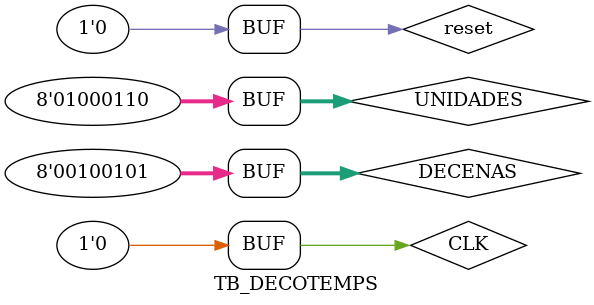
<source format=v>
`timescale 1ns / 1ps


module TB_DECOTEMPS;

	// Inputs
	reg CLK,reset;
	reg [7:0] UNIDADES,DECENAS;

	// Outputs
	wire [3:0] TempDecsalida;


	// Instantiate the Unit Under Test (UUT)
	DecoTemps uut (
		.CLK(CLK), 
		.reset(reset), 
		.UNIDADES(UNIDADES), 
		.DECENAS(DECENAS), 
		.TempDecsalida(TempDecsalida)
	);
	
//Simula clock Nexys 3	
localparam T = 10;
always
		begin
			CLK = 1'b1;
			#(T/2) ;
			CLK = 1'b0;
			#(T/2) ;
		end

	initial
	begin
		// Initialize Inputs
		reset = 1;
		UNIDADES = 0;
		DECENAS = 0;
		// Wait 100 ns for global reset to finish
		#50;
      #10 reset = 0;
		// Add stimulus here
		#50;
		UNIDADES = 8'h1e;			//0001
		DECENAS = 8'h16;
		
		#50;
		UNIDADES = 8'h3d;			//0010
		DECENAS = 8'h1e;
		
		#50;
		UNIDADES = 8'h46;			//0001
		DECENAS = 8'h45;
		
		#50;
		UNIDADES = 8'h45;			//1000
		DECENAS = 8'h3e;
		
		#50;
		UNIDADES = 8'h3e;			//0100
		DECENAS = 8'h26;
		
		#50;
		UNIDADES = 8'h16;			//0001
		DECENAS = 8'h16;
		
		#50;
		UNIDADES = 8'h36;			//0010
		DECENAS = 8'h26;
		
		#50;
		UNIDADES = 8'h46;			//1000
		DECENAS = 8'h46;
		
		#50;
		UNIDADES = 8'h45;			//0001
		DECENAS = 8'h45;
		
		#50;
		UNIDADES = 8'h3d;			//0100
		DECENAS = 8'h25;
		
		#50;
		UNIDADES = 8'h46;			//1000
		DECENAS = 8'h25;
		
	end
      
endmodule


</source>
